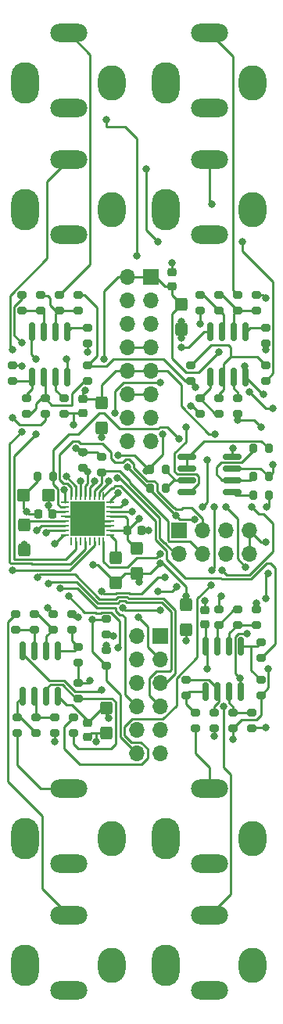
<source format=gbr>
%TF.GenerationSoftware,KiCad,Pcbnew,(6.0.5)*%
%TF.CreationDate,2022-06-21T23:16:53+02:00*%
%TF.ProjectId,eurorack-pmod-pcb,6575726f-7261-4636-9b2d-706d6f642d70,rev?*%
%TF.SameCoordinates,Original*%
%TF.FileFunction,Copper,L1,Top*%
%TF.FilePolarity,Positive*%
%FSLAX46Y46*%
G04 Gerber Fmt 4.6, Leading zero omitted, Abs format (unit mm)*
G04 Created by KiCad (PCBNEW (6.0.5)) date 2022-06-21 23:16:53*
%MOMM*%
%LPD*%
G01*
G04 APERTURE LIST*
G04 Aperture macros list*
%AMRoundRect*
0 Rectangle with rounded corners*
0 $1 Rounding radius*
0 $2 $3 $4 $5 $6 $7 $8 $9 X,Y pos of 4 corners*
0 Add a 4 corners polygon primitive as box body*
4,1,4,$2,$3,$4,$5,$6,$7,$8,$9,$2,$3,0*
0 Add four circle primitives for the rounded corners*
1,1,$1+$1,$2,$3*
1,1,$1+$1,$4,$5*
1,1,$1+$1,$6,$7*
1,1,$1+$1,$8,$9*
0 Add four rect primitives between the rounded corners*
20,1,$1+$1,$2,$3,$4,$5,0*
20,1,$1+$1,$4,$5,$6,$7,0*
20,1,$1+$1,$6,$7,$8,$9,0*
20,1,$1+$1,$8,$9,$2,$3,0*%
G04 Aperture macros list end*
%TA.AperFunction,SMDPad,CuDef*%
%ADD10RoundRect,0.200000X0.275000X-0.200000X0.275000X0.200000X-0.275000X0.200000X-0.275000X-0.200000X0*%
%TD*%
%TA.AperFunction,SMDPad,CuDef*%
%ADD11RoundRect,0.200000X0.200000X0.275000X-0.200000X0.275000X-0.200000X-0.275000X0.200000X-0.275000X0*%
%TD*%
%TA.AperFunction,SMDPad,CuDef*%
%ADD12RoundRect,0.200000X-0.275000X0.200000X-0.275000X-0.200000X0.275000X-0.200000X0.275000X0.200000X0*%
%TD*%
%TA.AperFunction,ComponentPad*%
%ADD13O,3.000000X4.500000*%
%TD*%
%TA.AperFunction,ComponentPad*%
%ADD14O,3.000000X3.800000*%
%TD*%
%TA.AperFunction,ComponentPad*%
%ADD15O,4.000000X2.000000*%
%TD*%
%TA.AperFunction,SMDPad,CuDef*%
%ADD16RoundRect,0.225000X-0.225000X-0.250000X0.225000X-0.250000X0.225000X0.250000X-0.225000X0.250000X0*%
%TD*%
%TA.AperFunction,SMDPad,CuDef*%
%ADD17RoundRect,0.225000X-0.250000X0.225000X-0.250000X-0.225000X0.250000X-0.225000X0.250000X0.225000X0*%
%TD*%
%TA.AperFunction,SMDPad,CuDef*%
%ADD18RoundRect,0.150000X0.150000X-0.825000X0.150000X0.825000X-0.150000X0.825000X-0.150000X-0.825000X0*%
%TD*%
%TA.AperFunction,SMDPad,CuDef*%
%ADD19RoundRect,0.250000X-0.425000X0.450000X-0.425000X-0.450000X0.425000X-0.450000X0.425000X0.450000X0*%
%TD*%
%TA.AperFunction,SMDPad,CuDef*%
%ADD20RoundRect,0.200000X-0.200000X-0.275000X0.200000X-0.275000X0.200000X0.275000X-0.200000X0.275000X0*%
%TD*%
%TA.AperFunction,SMDPad,CuDef*%
%ADD21RoundRect,0.062500X-0.337500X-0.062500X0.337500X-0.062500X0.337500X0.062500X-0.337500X0.062500X0*%
%TD*%
%TA.AperFunction,SMDPad,CuDef*%
%ADD22RoundRect,0.062500X-0.062500X-0.337500X0.062500X-0.337500X0.062500X0.337500X-0.062500X0.337500X0*%
%TD*%
%TA.AperFunction,ComponentPad*%
%ADD23C,0.500000*%
%TD*%
%TA.AperFunction,SMDPad,CuDef*%
%ADD24R,3.700000X3.700000*%
%TD*%
%TA.AperFunction,SMDPad,CuDef*%
%ADD25RoundRect,0.225000X0.250000X-0.225000X0.250000X0.225000X-0.250000X0.225000X-0.250000X-0.225000X0*%
%TD*%
%TA.AperFunction,SMDPad,CuDef*%
%ADD26RoundRect,0.250000X0.425000X-0.450000X0.425000X0.450000X-0.425000X0.450000X-0.425000X-0.450000X0*%
%TD*%
%TA.AperFunction,SMDPad,CuDef*%
%ADD27RoundRect,0.225000X0.225000X0.250000X-0.225000X0.250000X-0.225000X-0.250000X0.225000X-0.250000X0*%
%TD*%
%TA.AperFunction,SMDPad,CuDef*%
%ADD28RoundRect,0.250000X0.450000X0.425000X-0.450000X0.425000X-0.450000X-0.425000X0.450000X-0.425000X0*%
%TD*%
%TA.AperFunction,SMDPad,CuDef*%
%ADD29RoundRect,0.150000X-0.825000X-0.150000X0.825000X-0.150000X0.825000X0.150000X-0.825000X0.150000X0*%
%TD*%
%TA.AperFunction,ComponentPad*%
%ADD30R,1.700000X1.700000*%
%TD*%
%TA.AperFunction,ComponentPad*%
%ADD31O,1.700000X1.700000*%
%TD*%
%TA.AperFunction,ViaPad*%
%ADD32C,0.800000*%
%TD*%
%TA.AperFunction,Conductor*%
%ADD33C,0.250000*%
%TD*%
%TA.AperFunction,Conductor*%
%ADD34C,0.254000*%
%TD*%
G04 APERTURE END LIST*
D10*
%TO.P,R29,1*%
%TO.N,Net-(R27-Pad2)*%
X2032000Y-32321000D03*
%TO.P,R29,2*%
%TO.N,/dual_mono_inputs2/IN2_3V*%
X2032000Y-30671000D03*
%TD*%
D11*
%TO.P,R6,1*%
%TO.N,Net-(R3-Pad2)*%
X17589000Y-49530000D03*
%TO.P,R6,2*%
%TO.N,GND*%
X15939000Y-49530000D03*
%TD*%
D12*
%TO.P,R17,1*%
%TO.N,Net-(R16-Pad2)*%
X23368000Y-30671000D03*
%TO.P,R17,2*%
%TO.N,Net-(R17-Pad2)*%
X23368000Y-32321000D03*
%TD*%
D10*
%TO.P,R42,1*%
%TO.N,/dual_mono_outputs2/OUT1*%
X26924000Y-77533000D03*
%TO.P,R42,2*%
%TO.N,Net-(R41-Pad2)*%
X26924000Y-75883000D03*
%TD*%
%TO.P,R47,1*%
%TO.N,/dual_mono_outputs2/OUT2*%
X27940000Y-69913000D03*
%TO.P,R47,2*%
%TO.N,Net-(R46-Pad2)*%
X27940000Y-68263000D03*
%TD*%
D12*
%TO.P,R45,1*%
%TO.N,Net-(R44-Pad1)*%
X22860000Y-75883000D03*
%TO.P,R45,2*%
%TO.N,GND*%
X22860000Y-77533000D03*
%TD*%
D13*
%TO.P,J6,S*%
%TO.N,GND*%
X2412000Y-21428000D03*
D14*
X11812000Y-21428000D03*
D15*
%TO.P,J6,T*%
%TO.N,Net-(J6-PadT)*%
X7112000Y-16028000D03*
%TO.P,J6,TN*%
%TO.N,unconnected-(J6-PadTN)*%
X7112000Y-24128000D03*
%TD*%
D12*
%TO.P,R34,1*%
%TO.N,Net-(R34-Pad1)*%
X3556000Y-76391000D03*
%TO.P,R34,2*%
%TO.N,Net-(R33-Pad1)*%
X3556000Y-78041000D03*
%TD*%
D16*
%TO.P,C4,1*%
%TO.N,+3.3VA*%
X13449000Y-56134000D03*
%TO.P,C4,2*%
%TO.N,GND*%
X14999000Y-56134000D03*
%TD*%
D12*
%TO.P,R30,1*%
%TO.N,Net-(R30-Pad1)*%
X9144000Y-34227000D03*
%TO.P,R30,2*%
%TO.N,GND*%
X9144000Y-35877000D03*
%TD*%
D17*
%TO.P,C14,1*%
%TO.N,+12V*%
X8636000Y-41897000D03*
%TO.P,C14,2*%
%TO.N,GND*%
X8636000Y-43447000D03*
%TD*%
D12*
%TO.P,R39,1*%
%TO.N,Net-(R39-Pad1)*%
X3365000Y-65215000D03*
%TO.P,R39,2*%
%TO.N,Net-(R38-Pad1)*%
X3365000Y-66865000D03*
%TD*%
D18*
%TO.P,U5,1*%
%TO.N,Net-(R22-Pad2)*%
X3175000Y-39559000D03*
%TO.P,U5,2,-*%
%TO.N,Net-(R21-Pad2)*%
X4445000Y-39559000D03*
%TO.P,U5,3,+*%
%TO.N,Net-(R25-Pad1)*%
X5715000Y-39559000D03*
%TO.P,U5,4,V-*%
%TO.N,-12V*%
X6985000Y-39559000D03*
%TO.P,U5,5,+*%
%TO.N,Net-(R30-Pad1)*%
X6985000Y-34609000D03*
%TO.P,U5,6,-*%
%TO.N,Net-(R26-Pad2)*%
X5715000Y-34609000D03*
%TO.P,U5,7*%
%TO.N,Net-(R27-Pad2)*%
X4445000Y-34609000D03*
%TO.P,U5,8,V+*%
%TO.N,+12V*%
X3175000Y-34609000D03*
%TD*%
D11*
%TO.P,R5,1*%
%TO.N,Net-(R5-Pad1)*%
X28765000Y-47244000D03*
%TO.P,R5,2*%
%TO.N,Net-(R4-Pad1)*%
X27115000Y-47244000D03*
%TD*%
D12*
%TO.P,R1,1*%
%TO.N,VDD*%
X11176000Y-65723000D03*
%TO.P,R1,2*%
%TO.N,/SCL*%
X11176000Y-67373000D03*
%TD*%
D19*
%TO.P,C10,1*%
%TO.N,Net-(C10-Pad1)*%
X12192000Y-59102000D03*
%TO.P,C10,2*%
%TO.N,GND*%
X12192000Y-61802000D03*
%TD*%
D20*
%TO.P,R3,1*%
%TO.N,+3.3VA*%
X15939000Y-51562000D03*
%TO.P,R3,2*%
%TO.N,Net-(R3-Pad2)*%
X17589000Y-51562000D03*
%TD*%
D10*
%TO.P,R11,1*%
%TO.N,/-VCOM*%
X20320000Y-39941000D03*
%TO.P,R11,2*%
%TO.N,Net-(R11-Pad2)*%
X20320000Y-38291000D03*
%TD*%
D12*
%TO.P,R43,1*%
%TO.N,Net-(R43-Pad1)*%
X20828000Y-75883000D03*
%TO.P,R43,2*%
%TO.N,Net-(J10-PadT)*%
X20828000Y-77533000D03*
%TD*%
D10*
%TO.P,R48,1*%
%TO.N,Net-(R48-Pad1)*%
X23368000Y-66357000D03*
%TO.P,R48,2*%
%TO.N,Net-(J11-PadT)*%
X23368000Y-64707000D03*
%TD*%
D21*
%TO.P,U3,1,SDIN1*%
%TO.N,/SDIN1*%
X6694000Y-53114000D03*
%TO.P,U3,2,SDIN2*%
%TO.N,/SDIN2*%
X6694000Y-53614000D03*
%TO.P,U3,3,TVDD*%
%TO.N,VDD*%
X6694000Y-54114000D03*
%TO.P,U3,4,VSS2*%
%TO.N,GND*%
X6694000Y-54614000D03*
%TO.P,U3,5,AVDRV*%
%TO.N,Net-(C9-Pad1)*%
X6694000Y-55114000D03*
%TO.P,U3,6,LRCK*%
%TO.N,/LRCK*%
X6694000Y-55614000D03*
%TO.P,U3,7,BICK*%
%TO.N,/BICK*%
X6694000Y-56114000D03*
%TO.P,U3,8,MCLK*%
%TO.N,/MCLK*%
X6694000Y-56614000D03*
D22*
%TO.P,U3,9,IN4N/AIN5R/GND6R*%
%TO.N,unconnected-(U3-Pad9)*%
X7394000Y-57314000D03*
%TO.P,U3,10,IN4P/AIN4R/AIN6R*%
%TO.N,/dual_mono_inputs2/IN2_3V*%
X7894000Y-57314000D03*
%TO.P,U3,11,IN3N/AIN5L/GND6L*%
%TO.N,unconnected-(U3-Pad11)*%
X8394000Y-57314000D03*
%TO.P,U3,12,IN3P/AIN4L/AIN6L*%
%TO.N,/dual_mono_inputs2/IN1_3V*%
X8894000Y-57314000D03*
%TO.P,U3,13,IN2N/AIN2R/GND3R*%
%TO.N,unconnected-(U3-Pad13)*%
X9394000Y-57314000D03*
%TO.P,U3,14,IN2P/AIN1R/AIN3R*%
%TO.N,/dual_mono_inputs1/IN2_3V*%
X9894000Y-57314000D03*
%TO.P,U3,15,IN1N/AIN2L/GND3L*%
%TO.N,unconnected-(U3-Pad15)*%
X10394000Y-57314000D03*
%TO.P,U3,16,IN1P/AIN1L/AIN3L*%
%TO.N,/dual_mono_inputs1/IN1_3V*%
X10894000Y-57314000D03*
D21*
%TO.P,U3,17,VCOM*%
%TO.N,Net-(C10-Pad1)*%
X11594000Y-56614000D03*
%TO.P,U3,18,AVDD*%
%TO.N,+3.3VA*%
X11594000Y-56114000D03*
%TO.P,U3,19,VSS1*%
%TO.N,GND*%
X11594000Y-55614000D03*
%TO.P,U3,20,VREFL*%
X11594000Y-55114000D03*
%TO.P,U3,21,VREFH*%
%TO.N,+3.3VA*%
X11594000Y-54614000D03*
%TO.P,U3,22,AOUT1L*%
%TO.N,/dual_mono_outputs1/OUT1*%
X11594000Y-54114000D03*
%TO.P,U3,23,AOUT1R*%
%TO.N,/dual_mono_outputs1/OUT2*%
X11594000Y-53614000D03*
%TO.P,U3,24,AOUT2L*%
%TO.N,/dual_mono_outputs2/OUT1*%
X11594000Y-53114000D03*
D22*
%TO.P,U3,25,AOUT2R*%
%TO.N,/dual_mono_outputs2/OUT2*%
X10894000Y-52414000D03*
%TO.P,U3,26,PDN*%
%TO.N,/PDN*%
X10394000Y-52414000D03*
%TO.P,U3,27,CAD/~{CS}*%
%TO.N,/CAD{slash}~{CS}*%
X9894000Y-52414000D03*
%TO.P,U3,28,SCL/SCLK*%
%TO.N,/SCL*%
X9394000Y-52414000D03*
%TO.P,U3,29,SI*%
%TO.N,/SI*%
X8894000Y-52414000D03*
%TO.P,U3,30,SDA/SO*%
%TO.N,/SDA*%
X8394000Y-52414000D03*
%TO.P,U3,31,SDOUT1*%
%TO.N,/SDOUT1*%
X7894000Y-52414000D03*
%TO.P,U3,32,SDOUT2*%
%TO.N,/SDOUT2*%
X7394000Y-52414000D03*
D23*
%TO.P,U3,33,PAD*%
%TO.N,GND*%
X9144000Y-53864000D03*
X8144000Y-54864000D03*
X9144000Y-55864000D03*
X10144000Y-55864000D03*
X10144000Y-54864000D03*
X8144000Y-53864000D03*
X9144000Y-54864000D03*
X8144000Y-55864000D03*
X10144000Y-53864000D03*
D24*
X9144000Y-54864000D03*
%TD*%
D25*
%TO.P,C16,1*%
%TO.N,GND*%
X9144000Y-78499000D03*
%TO.P,C16,2*%
%TO.N,-12V*%
X9144000Y-76949000D03*
%TD*%
D12*
%TO.P,R27,1*%
%TO.N,Net-(R26-Pad2)*%
X4064000Y-30671000D03*
%TO.P,R27,2*%
%TO.N,Net-(R27-Pad2)*%
X4064000Y-32321000D03*
%TD*%
%TO.P,R25,1*%
%TO.N,Net-(R25-Pad1)*%
X6604000Y-41847000D03*
%TO.P,R25,2*%
%TO.N,GND*%
X6604000Y-43497000D03*
%TD*%
D14*
%TO.P,J4,S*%
%TO.N,GND*%
X27052000Y-21428000D03*
D13*
X17652000Y-21428000D03*
D15*
%TO.P,J4,T*%
%TO.N,Net-(J4-PadT)*%
X22352000Y-16028000D03*
%TO.P,J4,TN*%
%TO.N,unconnected-(J4-PadTN)*%
X22352000Y-24128000D03*
%TD*%
D14*
%TO.P,J11,S*%
%TO.N,GND*%
X27052000Y-103216000D03*
D13*
X17652000Y-103216000D03*
D15*
%TO.P,J11,T*%
%TO.N,Net-(J11-PadT)*%
X22352000Y-97816000D03*
%TO.P,J11,TN*%
%TO.N,unconnected-(J11-PadTN)*%
X22352000Y-105916000D03*
%TD*%
D12*
%TO.P,R33,1*%
%TO.N,Net-(R33-Pad1)*%
X1524000Y-76391000D03*
%TO.P,R33,2*%
%TO.N,Net-(J8-PadT)*%
X1524000Y-78041000D03*
%TD*%
D13*
%TO.P,J9,S*%
%TO.N,GND*%
X2412000Y-103216000D03*
D14*
X11812000Y-103216000D03*
D15*
%TO.P,J9,T*%
%TO.N,Net-(J9-PadT)*%
X7112000Y-97816000D03*
%TO.P,J9,TN*%
%TO.N,unconnected-(J9-PadTN)*%
X7112000Y-105916000D03*
%TD*%
D10*
%TO.P,R2,1*%
%TO.N,VDD*%
X11176000Y-70738000D03*
%TO.P,R2,2*%
%TO.N,/SDA*%
X11176000Y-69088000D03*
%TD*%
%TO.P,R49,1*%
%TO.N,Net-(R49-Pad1)*%
X25400000Y-66357000D03*
%TO.P,R49,2*%
%TO.N,Net-(R48-Pad1)*%
X25400000Y-64707000D03*
%TD*%
D12*
%TO.P,R26,1*%
%TO.N,/-VCOM*%
X8128000Y-30671000D03*
%TO.P,R26,2*%
%TO.N,Net-(R26-Pad2)*%
X8128000Y-32321000D03*
%TD*%
D10*
%TO.P,R22,1*%
%TO.N,Net-(R21-Pad2)*%
X2540000Y-43497000D03*
%TO.P,R22,2*%
%TO.N,Net-(R22-Pad2)*%
X2540000Y-41847000D03*
%TD*%
D12*
%TO.P,R44,1*%
%TO.N,Net-(R44-Pad1)*%
X19812000Y-72327000D03*
%TO.P,R44,2*%
%TO.N,Net-(R43-Pad1)*%
X19812000Y-73977000D03*
%TD*%
D20*
%TO.P,R7,1*%
%TO.N,Net-(R7-Pad1)*%
X27115000Y-52324000D03*
%TO.P,R7,2*%
%TO.N,GND*%
X28765000Y-52324000D03*
%TD*%
D26*
%TO.P,C11,1*%
%TO.N,+12V*%
X19812000Y-66882000D03*
%TO.P,C11,2*%
%TO.N,GND*%
X19812000Y-64182000D03*
%TD*%
D12*
%TO.P,R18,1*%
%TO.N,Net-(J5-PadT)*%
X25400000Y-30671000D03*
%TO.P,R18,2*%
%TO.N,Net-(R16-Pad2)*%
X25400000Y-32321000D03*
%TD*%
D10*
%TO.P,R23,1*%
%TO.N,Net-(J6-PadT)*%
X4572000Y-43497000D03*
%TO.P,R23,2*%
%TO.N,Net-(R21-Pad2)*%
X4572000Y-41847000D03*
%TD*%
D18*
%TO.P,U4,1*%
%TO.N,Net-(R12-Pad2)*%
X22479000Y-39559000D03*
%TO.P,U4,2,-*%
%TO.N,Net-(R11-Pad2)*%
X23749000Y-39559000D03*
%TO.P,U4,3,+*%
%TO.N,Net-(R15-Pad1)*%
X25019000Y-39559000D03*
%TO.P,U4,4,V-*%
%TO.N,-12V*%
X26289000Y-39559000D03*
%TO.P,U4,5,+*%
%TO.N,Net-(R20-Pad1)*%
X26289000Y-34609000D03*
%TO.P,U4,6,-*%
%TO.N,Net-(R16-Pad2)*%
X25019000Y-34609000D03*
%TO.P,U4,7*%
%TO.N,Net-(R17-Pad2)*%
X23749000Y-34609000D03*
%TO.P,U4,8,V+*%
%TO.N,+12V*%
X22479000Y-34609000D03*
%TD*%
D20*
%TO.P,R4,1*%
%TO.N,Net-(R4-Pad1)*%
X27115000Y-50292000D03*
%TO.P,R4,2*%
%TO.N,/-VCOM*%
X28765000Y-50292000D03*
%TD*%
D19*
%TO.P,C13,1*%
%TO.N,+12V*%
X10668000Y-42338000D03*
%TO.P,C13,2*%
%TO.N,GND*%
X10668000Y-45038000D03*
%TD*%
D12*
%TO.P,R37,1*%
%TO.N,/dual_mono_outputs1/OUT2*%
X7429000Y-65215000D03*
%TO.P,R37,2*%
%TO.N,Net-(R36-Pad2)*%
X7429000Y-66865000D03*
%TD*%
D26*
%TO.P,C15,1*%
%TO.N,GND*%
X11176000Y-78058000D03*
%TO.P,C15,2*%
%TO.N,-12V*%
X11176000Y-75358000D03*
%TD*%
D19*
%TO.P,C3,1*%
%TO.N,+3.3VA*%
X14478000Y-58086000D03*
%TO.P,C3,2*%
%TO.N,GND*%
X14478000Y-60786000D03*
%TD*%
D27*
%TO.P,C6,1*%
%TO.N,VDD*%
X5347000Y-54356000D03*
%TO.P,C6,2*%
%TO.N,GND*%
X3797000Y-54356000D03*
%TD*%
D26*
%TO.P,C17,1*%
%TO.N,GND*%
X19304000Y-34370000D03*
%TO.P,C17,2*%
%TO.N,-12V*%
X19304000Y-31670000D03*
%TD*%
D28*
%TO.P,C5,1*%
%TO.N,VDD*%
X4906000Y-52324000D03*
%TO.P,C5,2*%
%TO.N,GND*%
X2206000Y-52324000D03*
%TD*%
D10*
%TO.P,R46,1*%
%TO.N,/-VCOM*%
X27940000Y-73977000D03*
%TO.P,R46,2*%
%TO.N,Net-(R46-Pad2)*%
X27940000Y-72327000D03*
%TD*%
%TO.P,R10,1*%
%TO.N,/SI*%
X8636000Y-49339000D03*
%TO.P,R10,2*%
%TO.N,GND*%
X8636000Y-47689000D03*
%TD*%
D12*
%TO.P,R35,1*%
%TO.N,Net-(R34-Pad1)*%
X5588000Y-76391000D03*
%TO.P,R35,2*%
%TO.N,GND*%
X5588000Y-78041000D03*
%TD*%
D17*
%TO.P,C18,1*%
%TO.N,GND*%
X18288000Y-28181000D03*
%TO.P,C18,2*%
%TO.N,-12V*%
X18288000Y-29731000D03*
%TD*%
D10*
%TO.P,R9,1*%
%TO.N,/CAD{slash}~{CS}*%
X10668000Y-49847000D03*
%TO.P,R9,2*%
%TO.N,GND*%
X10668000Y-48197000D03*
%TD*%
D18*
%TO.P,U7,1*%
%TO.N,Net-(R43-Pad1)*%
X21971000Y-73595000D03*
%TO.P,U7,2,-*%
%TO.N,Net-(R44-Pad1)*%
X23241000Y-73595000D03*
%TO.P,U7,3,+*%
%TO.N,Net-(R41-Pad2)*%
X24511000Y-73595000D03*
%TO.P,U7,4,V-*%
%TO.N,-12V*%
X25781000Y-73595000D03*
%TO.P,U7,5,+*%
%TO.N,Net-(R46-Pad2)*%
X25781000Y-68645000D03*
%TO.P,U7,6,-*%
%TO.N,Net-(R49-Pad1)*%
X24511000Y-68645000D03*
%TO.P,U7,7*%
%TO.N,Net-(R48-Pad1)*%
X23241000Y-68645000D03*
%TO.P,U7,8,V+*%
%TO.N,+12V*%
X21971000Y-68645000D03*
%TD*%
D12*
%TO.P,R21,1*%
%TO.N,/-VCOM*%
X9144000Y-38291000D03*
%TO.P,R21,2*%
%TO.N,Net-(R21-Pad2)*%
X9144000Y-39941000D03*
%TD*%
D25*
%TO.P,C12,1*%
%TO.N,+12V*%
X21844000Y-66307000D03*
%TO.P,C12,2*%
%TO.N,GND*%
X21844000Y-64757000D03*
%TD*%
D12*
%TO.P,R19,1*%
%TO.N,Net-(R17-Pad2)*%
X21336000Y-30671000D03*
%TO.P,R19,2*%
%TO.N,/dual_mono_inputs1/IN2_3V*%
X21336000Y-32321000D03*
%TD*%
D13*
%TO.P,J10,S*%
%TO.N,GND*%
X17652000Y-89500000D03*
D14*
X27052000Y-89500000D03*
D15*
%TO.P,J10,T*%
%TO.N,Net-(J10-PadT)*%
X22352000Y-84100000D03*
%TO.P,J10,TN*%
%TO.N,unconnected-(J10-PadTN)*%
X22352000Y-92200000D03*
%TD*%
D12*
%TO.P,R15,1*%
%TO.N,Net-(R15-Pad1)*%
X25400000Y-41847000D03*
%TO.P,R15,2*%
%TO.N,GND*%
X25400000Y-43497000D03*
%TD*%
D13*
%TO.P,J8,S*%
%TO.N,GND*%
X2412000Y-89500000D03*
D14*
X11812000Y-89500000D03*
D15*
%TO.P,J8,T*%
%TO.N,Net-(J8-PadT)*%
X7112000Y-84100000D03*
%TO.P,J8,TN*%
%TO.N,unconnected-(J8-PadTN)*%
X7112000Y-92200000D03*
%TD*%
D29*
%TO.P,U2,1*%
%TO.N,Net-(R5-Pad1)*%
X19877000Y-48133000D03*
%TO.P,U2,2,-*%
X19877000Y-49403000D03*
%TO.P,U2,3,+*%
%TO.N,Net-(R3-Pad2)*%
X19877000Y-50673000D03*
%TO.P,U2,4,V-*%
%TO.N,-12V*%
X19877000Y-51943000D03*
%TO.P,U2,5,+*%
%TO.N,Net-(R7-Pad1)*%
X24827000Y-51943000D03*
%TO.P,U2,6,-*%
%TO.N,Net-(R4-Pad1)*%
X24827000Y-50673000D03*
%TO.P,U2,7*%
%TO.N,/-VCOM*%
X24827000Y-49403000D03*
%TO.P,U2,8,V+*%
%TO.N,+12V*%
X24827000Y-48133000D03*
%TD*%
D12*
%TO.P,R20,1*%
%TO.N,Net-(R20-Pad1)*%
X28448000Y-34227000D03*
%TO.P,R20,2*%
%TO.N,GND*%
X28448000Y-35877000D03*
%TD*%
D10*
%TO.P,R24,1*%
%TO.N,Net-(R22-Pad2)*%
X1016000Y-39941000D03*
%TO.P,R24,2*%
%TO.N,/dual_mono_inputs2/IN1_3V*%
X1016000Y-38291000D03*
%TD*%
D12*
%TO.P,R28,1*%
%TO.N,Net-(J7-PadT)*%
X6096000Y-30671000D03*
%TO.P,R28,2*%
%TO.N,Net-(R26-Pad2)*%
X6096000Y-32321000D03*
%TD*%
%TO.P,R31,1*%
%TO.N,/-VCOM*%
X8128000Y-72644000D03*
%TO.P,R31,2*%
%TO.N,Net-(R31-Pad2)*%
X8128000Y-74294000D03*
%TD*%
D10*
%TO.P,R13,1*%
%TO.N,Net-(J4-PadT)*%
X28448000Y-39941000D03*
%TO.P,R13,2*%
%TO.N,Net-(R11-Pad2)*%
X28448000Y-38291000D03*
%TD*%
D12*
%TO.P,R32,1*%
%TO.N,/dual_mono_outputs1/OUT1*%
X7620000Y-76391000D03*
%TO.P,R32,2*%
%TO.N,Net-(R31-Pad2)*%
X7620000Y-78041000D03*
%TD*%
D14*
%TO.P,J5,S*%
%TO.N,GND*%
X27052000Y-7712000D03*
D13*
X17652000Y-7712000D03*
D15*
%TO.P,J5,T*%
%TO.N,Net-(J5-PadT)*%
X22352000Y-2312000D03*
%TO.P,J5,TN*%
%TO.N,unconnected-(J5-PadTN)*%
X22352000Y-10412000D03*
%TD*%
D18*
%TO.P,U6,1*%
%TO.N,Net-(R33-Pad1)*%
X2159000Y-74103000D03*
%TO.P,U6,2,-*%
%TO.N,Net-(R34-Pad1)*%
X3429000Y-74103000D03*
%TO.P,U6,3,+*%
%TO.N,Net-(R31-Pad2)*%
X4699000Y-74103000D03*
%TO.P,U6,4,V-*%
%TO.N,-12V*%
X5969000Y-74103000D03*
%TO.P,U6,5,+*%
%TO.N,Net-(R36-Pad2)*%
X5969000Y-69153000D03*
%TO.P,U6,6,-*%
%TO.N,Net-(R39-Pad1)*%
X4699000Y-69153000D03*
%TO.P,U6,7*%
%TO.N,Net-(R38-Pad1)*%
X3429000Y-69153000D03*
%TO.P,U6,8,V+*%
%TO.N,+12V*%
X2159000Y-69153000D03*
%TD*%
D14*
%TO.P,J7,S*%
%TO.N,GND*%
X11812000Y-7712000D03*
D13*
X2412000Y-7712000D03*
D15*
%TO.P,J7,T*%
%TO.N,Net-(J7-PadT)*%
X7112000Y-2312000D03*
%TO.P,J7,TN*%
%TO.N,unconnected-(J7-PadTN)*%
X7112000Y-10412000D03*
%TD*%
D10*
%TO.P,R36,1*%
%TO.N,/-VCOM*%
X8128000Y-70421000D03*
%TO.P,R36,2*%
%TO.N,Net-(R36-Pad2)*%
X8128000Y-68771000D03*
%TD*%
D12*
%TO.P,R12,1*%
%TO.N,Net-(R11-Pad2)*%
X23368000Y-41847000D03*
%TO.P,R12,2*%
%TO.N,Net-(R12-Pad2)*%
X23368000Y-43497000D03*
%TD*%
D11*
%TO.P,R8,1*%
%TO.N,/SDIN2*%
X5397000Y-50292000D03*
%TO.P,R8,2*%
%TO.N,GND*%
X3747000Y-50292000D03*
%TD*%
D10*
%TO.P,R41,1*%
%TO.N,/-VCOM*%
X24892000Y-77533000D03*
%TO.P,R41,2*%
%TO.N,Net-(R41-Pad2)*%
X24892000Y-75883000D03*
%TD*%
D12*
%TO.P,R14,1*%
%TO.N,Net-(R12-Pad2)*%
X21336000Y-41847000D03*
%TO.P,R14,2*%
%TO.N,/dual_mono_inputs1/IN1_3V*%
X21336000Y-43497000D03*
%TD*%
%TO.P,R16,1*%
%TO.N,/-VCOM*%
X27432000Y-30671000D03*
%TO.P,R16,2*%
%TO.N,Net-(R16-Pad2)*%
X27432000Y-32321000D03*
%TD*%
D10*
%TO.P,R40,1*%
%TO.N,Net-(R39-Pad1)*%
X5397000Y-66865000D03*
%TO.P,R40,2*%
%TO.N,GND*%
X5397000Y-65215000D03*
%TD*%
D19*
%TO.P,C9,1*%
%TO.N,Net-(C9-Pad1)*%
X2286000Y-55546000D03*
%TO.P,C9,2*%
%TO.N,GND*%
X2286000Y-58246000D03*
%TD*%
D10*
%TO.P,R38,1*%
%TO.N,Net-(R38-Pad1)*%
X1333000Y-66865000D03*
%TO.P,R38,2*%
%TO.N,Net-(J9-PadT)*%
X1333000Y-65215000D03*
%TD*%
%TO.P,R50,1*%
%TO.N,Net-(R49-Pad1)*%
X27432000Y-66357000D03*
%TO.P,R50,2*%
%TO.N,GND*%
X27432000Y-64707000D03*
%TD*%
D30*
%TO.P,J3,1,Pin_1*%
%TO.N,-12V*%
X16007000Y-28717000D03*
D31*
%TO.P,J3,2,Pin_2*%
X13467000Y-28717000D03*
%TO.P,J3,3,Pin_3*%
%TO.N,GND*%
X16007000Y-31257000D03*
%TO.P,J3,4,Pin_4*%
X13467000Y-31257000D03*
%TO.P,J3,5,Pin_5*%
X16007000Y-33797000D03*
%TO.P,J3,6,Pin_6*%
X13467000Y-33797000D03*
%TO.P,J3,7,Pin_7*%
X16007000Y-36337000D03*
%TO.P,J3,8,Pin_8*%
X13467000Y-36337000D03*
%TO.P,J3,9,Pin_9*%
%TO.N,+12V*%
X16007000Y-38877000D03*
%TO.P,J3,10,Pin_10*%
X13467000Y-38877000D03*
%TO.P,J3,11,Pin_11*%
%TO.N,+5V*%
X16007000Y-41417000D03*
%TO.P,J3,12,Pin_12*%
X13467000Y-41417000D03*
%TO.P,J3,13,Pin_13*%
%TO.N,unconnected-(J3-Pad13)*%
X16007000Y-43957000D03*
%TO.P,J3,14,Pin_14*%
%TO.N,unconnected-(J3-Pad14)*%
X13467000Y-43957000D03*
%TO.P,J3,15,Pin_15*%
%TO.N,unconnected-(J3-Pad15)*%
X16007000Y-46497000D03*
%TO.P,J3,16,Pin_16*%
%TO.N,unconnected-(J3-Pad16)*%
X13467000Y-46497000D03*
%TD*%
D30*
%TO.P,J1,1,Pin_1*%
%TO.N,/SDIN2*%
X19060000Y-56129000D03*
D31*
%TO.P,J1,2,Pin_2*%
%TO.N,/SI*%
X19060000Y-58669000D03*
%TO.P,J1,3,Pin_3*%
%TO.N,/SDOUT2*%
X21600000Y-56129000D03*
%TO.P,J1,4,Pin_4*%
%TO.N,/CAD{slash}~{CS}*%
X21600000Y-58669000D03*
%TO.P,J1,5,Pin_5*%
%TO.N,+3.3VA*%
X24140000Y-56129000D03*
%TO.P,J1,6,Pin_6*%
%TO.N,VDD*%
X24140000Y-58669000D03*
%TO.P,J1,7,Pin_7*%
%TO.N,GND*%
X26680000Y-56129000D03*
%TO.P,J1,8,Pin_8*%
X26680000Y-58669000D03*
%TD*%
D30*
%TO.P,J2,1,Pin_1*%
%TO.N,/SDIN1*%
X17023000Y-67564000D03*
D31*
%TO.P,J2,2,Pin_2*%
%TO.N,/SCL*%
X14483000Y-67564000D03*
%TO.P,J2,3,Pin_3*%
%TO.N,/SDOUT1*%
X17023000Y-70104000D03*
%TO.P,J2,4,Pin_4*%
%TO.N,/SDA*%
X14483000Y-70104000D03*
%TO.P,J2,5,Pin_5*%
%TO.N,/LRCK*%
X17023000Y-72644000D03*
%TO.P,J2,6,Pin_6*%
%TO.N,/PDN*%
X14483000Y-72644000D03*
%TO.P,J2,7,Pin_7*%
%TO.N,/BICK*%
X17023000Y-75184000D03*
%TO.P,J2,8,Pin_8*%
%TO.N,/MCLK*%
X14483000Y-75184000D03*
%TO.P,J2,9,Pin_9*%
%TO.N,GND*%
X17023000Y-77724000D03*
%TO.P,J2,10,Pin_10*%
X14483000Y-77724000D03*
%TO.P,J2,11,Pin_11*%
%TO.N,VDD*%
X17023000Y-80264000D03*
%TO.P,J2,12,Pin_12*%
X14483000Y-80264000D03*
%TD*%
D32*
%TO.N,+5V*%
X14478000Y-26416000D03*
X11176000Y-11684000D03*
%TO.N,GND*%
X28448000Y-57404000D03*
X17272000Y-45720000D03*
X27940000Y-44958000D03*
X27432000Y-64008000D03*
X12446000Y-48006000D03*
X14732000Y-61722000D03*
X7620000Y-44704000D03*
X7874000Y-47244000D03*
X4826000Y-64516000D03*
X19304000Y-33528000D03*
X19304000Y-35306000D03*
X22885542Y-78364989D03*
X28448000Y-36576000D03*
X21844000Y-63754000D03*
X2540000Y-54102000D03*
X19812000Y-63246000D03*
X28579011Y-53575578D03*
X10725444Y-46044989D03*
X2286000Y-57658000D03*
X17018000Y-59690000D03*
X5588000Y-78994000D03*
X25400000Y-44196000D03*
X9144000Y-36830000D03*
X9733586Y-59871012D03*
X15507065Y-49655105D03*
X10079667Y-79031500D03*
X18288000Y-27178000D03*
X15748000Y-56134000D03*
%TO.N,+3.3VA*%
X13462001Y-49293941D03*
X14732000Y-54864000D03*
X20720303Y-54976962D03*
X17018000Y-40132000D03*
X18692544Y-54536799D03*
X16764000Y-24892000D03*
X12125937Y-43406901D03*
X15494000Y-17018000D03*
%TO.N,VDD*%
X18796000Y-62230000D03*
X17018000Y-64770000D03*
X16764000Y-62738000D03*
X4906000Y-53420000D03*
X12954000Y-64516000D03*
X9652000Y-65786000D03*
%TO.N,+12V*%
X24892000Y-47244000D03*
X22940333Y-45682500D03*
X22098000Y-71120000D03*
X8890000Y-40940500D03*
X19812000Y-68072000D03*
X3556000Y-37592000D03*
X10668000Y-73406000D03*
X26924000Y-53594000D03*
X19284982Y-36332419D03*
X23717989Y-60415949D03*
%TO.N,-12V*%
X6858000Y-37592000D03*
X25654000Y-72136000D03*
X26162000Y-38354000D03*
X10922000Y-37592000D03*
X28194000Y-41402000D03*
X19812000Y-44958000D03*
X11430000Y-76454000D03*
X26447498Y-67276879D03*
X23368000Y-36830000D03*
%TO.N,/SDIN2*%
X22098000Y-48514000D03*
X21590000Y-53594000D03*
X19080665Y-46258665D03*
%TO.N,/SI*%
X9144000Y-49784000D03*
X12370046Y-50460413D03*
%TO.N,/SDIN1*%
X6655020Y-51766077D03*
X12446000Y-68834000D03*
X7112000Y-63246000D03*
%TO.N,/SCL*%
X11938000Y-67564000D03*
X9903185Y-50797185D03*
%TO.N,/SDOUT1*%
X14630557Y-65494500D03*
X6858000Y-50292000D03*
%TO.N,/SDA*%
X8386326Y-50795728D03*
X11176000Y-68580000D03*
%TO.N,/LRCK*%
X3691988Y-56104674D03*
X3729667Y-61176500D03*
%TO.N,/PDN*%
X11430000Y-50800000D03*
%TO.N,/BICK*%
X4892093Y-61850119D03*
X4661989Y-56345720D03*
%TO.N,/MCLK*%
X6214504Y-62413000D03*
X5610364Y-57566691D03*
%TO.N,Net-(J4-PadT)*%
X22606000Y-20828000D03*
X25908000Y-24892000D03*
%TO.N,Net-(J6-PadT)*%
X1016000Y-36576000D03*
X1016000Y-43942000D03*
%TO.N,Net-(J11-PadT)*%
X23876000Y-75184000D03*
X23626299Y-63250299D03*
%TO.N,/-VCOM*%
X28448000Y-30988000D03*
X29210000Y-42926000D03*
X9398000Y-72390000D03*
X28702000Y-71120000D03*
X24892000Y-78740000D03*
X28448000Y-63500000D03*
X20828000Y-40640000D03*
X29210000Y-49022000D03*
X28739500Y-60768637D03*
X26670000Y-41148000D03*
%TO.N,/dual_mono_inputs1/IN1_3V*%
X20320000Y-42672000D03*
X17022299Y-58669701D03*
%TO.N,/dual_mono_inputs1/IN2_3V*%
X21371500Y-33801005D03*
X1016000Y-60452000D03*
%TO.N,/dual_mono_inputs2/IN1_3V*%
X2032000Y-45466000D03*
X2032000Y-38354000D03*
%TO.N,/dual_mono_inputs2/IN2_3V*%
X3551701Y-45715701D03*
X2032000Y-35814000D03*
%TO.N,/dual_mono_outputs1/OUT1*%
X13970000Y-54102000D03*
X22860000Y-53594000D03*
X22549312Y-62024090D03*
X22606000Y-60452000D03*
%TO.N,/dual_mono_outputs1/OUT2*%
X8128000Y-65532000D03*
X10668000Y-62738000D03*
X13208000Y-53086000D03*
X17532313Y-61228911D03*
%TO.N,/dual_mono_outputs2/OUT1*%
X12446000Y-52070000D03*
X24130000Y-53594000D03*
X28448000Y-77470000D03*
X26277425Y-60096173D03*
%TD*%
D33*
%TO.N,+5V*%
X11176000Y-12446000D02*
X11176000Y-11684000D01*
X14478000Y-26416000D02*
X14478000Y-13716000D01*
X16007000Y-41417000D02*
X13467000Y-41417000D01*
X13208000Y-12446000D02*
X11176000Y-12446000D01*
X14478000Y-13716000D02*
X13208000Y-12446000D01*
%TO.N,GND*%
X9585000Y-78058000D02*
X9144000Y-78499000D01*
X26680000Y-56129000D02*
X26680000Y-58669000D01*
X19812000Y-62221400D02*
X19812000Y-63246000D01*
X9394000Y-55114000D02*
X9144000Y-54864000D01*
X14478000Y-60786000D02*
X14478000Y-61468000D01*
X13208000Y-60786000D02*
X12192000Y-61802000D01*
X8636000Y-48006000D02*
X7874000Y-47244000D01*
X3797000Y-54356000D02*
X2794000Y-54356000D01*
X10160000Y-47689000D02*
X10668000Y-48197000D01*
D34*
X15507065Y-49289065D02*
X14224000Y-48006000D01*
D33*
X19304000Y-34370000D02*
X19304000Y-35306000D01*
X6694000Y-54614000D02*
X8894000Y-54614000D01*
X25400000Y-44196000D02*
X27178000Y-44196000D01*
D34*
X28448000Y-57404000D02*
X27955000Y-57404000D01*
X15507065Y-49655105D02*
X15507065Y-49289065D01*
D33*
X8636000Y-47689000D02*
X10160000Y-47689000D01*
X7633000Y-44691000D02*
X7620000Y-44704000D01*
X21844000Y-64757000D02*
X21844000Y-63754000D01*
X15922000Y-60786000D02*
X17018000Y-59690000D01*
X11176000Y-78058000D02*
X10080000Y-78058000D01*
X27432000Y-64707000D02*
X27432000Y-64008000D01*
D34*
X15939000Y-49530000D02*
X15632170Y-49530000D01*
D33*
X11594000Y-55614000D02*
X9894000Y-55614000D01*
X5397000Y-65215000D02*
X5397000Y-65087000D01*
X5588000Y-78041000D02*
X5588000Y-78994000D01*
X14478000Y-61468000D02*
X14732000Y-61722000D01*
X10668000Y-45038000D02*
X10668000Y-45987545D01*
X14478000Y-60786000D02*
X15922000Y-60786000D01*
D34*
X14224000Y-48006000D02*
X12446000Y-48006000D01*
D33*
X22860000Y-78339447D02*
X22885542Y-78364989D01*
X3747000Y-50783000D02*
X2206000Y-52324000D01*
X5397000Y-65087000D02*
X4826000Y-64516000D01*
X8636000Y-43447000D02*
X7633000Y-43447000D01*
D34*
X15632170Y-49530000D02*
X15507065Y-49655105D01*
D33*
X10080000Y-78058000D02*
X9585000Y-78058000D01*
X7633000Y-43447000D02*
X6654000Y-43447000D01*
X9144000Y-35877000D02*
X9144000Y-36830000D01*
X10080000Y-79031167D02*
X10079667Y-79031500D01*
X8894000Y-54614000D02*
X9144000Y-54864000D01*
D34*
X27955000Y-57404000D02*
X26680000Y-56129000D01*
D33*
X25400000Y-43497000D02*
X25400000Y-44196000D01*
X12192000Y-61802000D02*
X10261012Y-59871012D01*
X6654000Y-43447000D02*
X6604000Y-43497000D01*
X9614500Y-55334500D02*
X9144000Y-54864000D01*
X10261012Y-59871012D02*
X9733586Y-59871012D01*
X27178000Y-44196000D02*
X27940000Y-44958000D01*
X13467000Y-36337000D02*
X16007000Y-36337000D01*
X9894000Y-55614000D02*
X9144000Y-54864000D01*
X14478000Y-60786000D02*
X13208000Y-60786000D01*
X2286000Y-58246000D02*
X2286000Y-57658000D01*
D34*
X28765000Y-52324000D02*
X28765000Y-53389589D01*
D33*
X2206000Y-52324000D02*
X2206000Y-53768000D01*
X2206000Y-53768000D02*
X2540000Y-54102000D01*
X7633000Y-43447000D02*
X7633000Y-44691000D01*
X17280600Y-59690000D02*
X19812000Y-62221400D01*
D34*
X28765000Y-53389589D02*
X28579011Y-53575578D01*
D33*
X10668000Y-45987545D02*
X10725444Y-46044989D01*
X19812000Y-64182000D02*
X19812000Y-63246000D01*
D34*
X15507065Y-49655105D02*
X17272000Y-47890170D01*
D33*
X14999000Y-56134000D02*
X15748000Y-56134000D01*
X11594000Y-55114000D02*
X9394000Y-55114000D01*
X22860000Y-77533000D02*
X22860000Y-78339447D01*
X3747000Y-50292000D02*
X3747000Y-50783000D01*
X2794000Y-54356000D02*
X2540000Y-54102000D01*
D34*
X17272000Y-47890170D02*
X17272000Y-45720000D01*
D33*
X28448000Y-35877000D02*
X28448000Y-36576000D01*
X10080000Y-78058000D02*
X10080000Y-79031167D01*
X18288000Y-28181000D02*
X18288000Y-27178000D01*
X17018000Y-59690000D02*
X17280600Y-59690000D01*
D34*
%TO.N,+3.3VA*%
X14478000Y-58086000D02*
X14398000Y-58086000D01*
D33*
X15939000Y-51562000D02*
X15730060Y-51562000D01*
X20697830Y-54954489D02*
X19123346Y-54954489D01*
X13462000Y-56134000D02*
X14732000Y-54864000D01*
X11614000Y-56134000D02*
X11594000Y-56114000D01*
X19123346Y-54954489D02*
X15939000Y-51770143D01*
X13449000Y-54851000D02*
X13449000Y-56134000D01*
D34*
X14398000Y-58086000D02*
X13449000Y-57137000D01*
D33*
X11594000Y-54614000D02*
X12179400Y-54614000D01*
X15730060Y-51562000D02*
X13462001Y-49293941D01*
X13208000Y-54610000D02*
X13449000Y-54851000D01*
X12125937Y-43406901D02*
X12125937Y-41097053D01*
X13449000Y-56134000D02*
X13462000Y-56134000D01*
X16764000Y-24892000D02*
X15494000Y-23622000D01*
X15494000Y-23622000D02*
X15494000Y-17018000D01*
X13449000Y-56134000D02*
X11614000Y-56134000D01*
D34*
X13449000Y-57137000D02*
X13449000Y-56134000D01*
D33*
X12179400Y-54614000D02*
X12183400Y-54610000D01*
X12183400Y-54610000D02*
X13208000Y-54610000D01*
X13090990Y-40132000D02*
X17018000Y-40132000D01*
X12125937Y-41097053D02*
X13090990Y-40132000D01*
X20720303Y-54976962D02*
X20697830Y-54954489D01*
X15939000Y-51770143D02*
X15939000Y-51562000D01*
%TO.N,VDD*%
X4906000Y-52324000D02*
X4906000Y-53915000D01*
X11176000Y-72390000D02*
X12700000Y-73914000D01*
X11176000Y-70738000D02*
X11176000Y-72390000D01*
X12700000Y-78481000D02*
X14483000Y-80264000D01*
X12700000Y-73914000D02*
X12700000Y-78481000D01*
X16764000Y-62738000D02*
X18288000Y-62738000D01*
X11113000Y-65786000D02*
X11176000Y-65723000D01*
X9652000Y-69214000D02*
X9652000Y-65786000D01*
X11176000Y-70738000D02*
X9652000Y-69214000D01*
X12954000Y-64516000D02*
X13208000Y-64770000D01*
X5347000Y-54356000D02*
X5589000Y-54114000D01*
X5589000Y-54114000D02*
X6694000Y-54114000D01*
X9652000Y-65786000D02*
X11113000Y-65786000D01*
X13208000Y-64770000D02*
X17018000Y-64770000D01*
X4906000Y-53915000D02*
X5347000Y-54356000D01*
X18288000Y-62738000D02*
X18796000Y-62230000D01*
D34*
%TO.N,Net-(C9-Pad1)*%
X2674480Y-55157520D02*
X2286000Y-55546000D01*
X6650480Y-55157520D02*
X2674480Y-55157520D01*
X6694000Y-55114000D02*
X6650480Y-55157520D01*
%TO.N,Net-(C10-Pad1)*%
X12192000Y-57212000D02*
X11594000Y-56614000D01*
X12192000Y-59102000D02*
X12192000Y-57212000D01*
D33*
%TO.N,+12V*%
X22304717Y-45682500D02*
X22940333Y-45682500D01*
X8636000Y-41194500D02*
X8890000Y-40940500D01*
X19812000Y-68072000D02*
X19812000Y-66882000D01*
X6621186Y-72353969D02*
X7836697Y-73569480D01*
X26670000Y-60960000D02*
X24262040Y-60960000D01*
X3048000Y-34736000D02*
X3175000Y-34609000D01*
X10668000Y-42338000D02*
X10668000Y-40386000D01*
X10504520Y-73569480D02*
X10668000Y-73406000D01*
X16007000Y-38877000D02*
X17800849Y-38877000D01*
X10668000Y-42338000D02*
X10588000Y-42338000D01*
X17800849Y-38877000D02*
X19304000Y-40380151D01*
X26924000Y-53594000D02*
X27686000Y-54356000D01*
X10147000Y-41897000D02*
X8636000Y-41897000D01*
X29210000Y-58420000D02*
X26670000Y-60960000D01*
X7836697Y-73569480D02*
X10504520Y-73569480D01*
X28194000Y-54356000D02*
X29210000Y-55372000D01*
X10588000Y-42338000D02*
X10147000Y-41897000D01*
X19304000Y-42681783D02*
X22304717Y-45682500D01*
X2159000Y-69153000D02*
X2159000Y-69529072D01*
X4983897Y-72353969D02*
X6621186Y-72353969D01*
X27686000Y-54356000D02*
X28194000Y-54356000D01*
X22098000Y-68772000D02*
X21971000Y-68645000D01*
X20064181Y-36332419D02*
X19284982Y-36332419D01*
X24827000Y-48133000D02*
X24827000Y-47309000D01*
X19304000Y-40380151D02*
X19304000Y-42681783D01*
X12177000Y-38877000D02*
X13467000Y-38877000D01*
X22098000Y-71120000D02*
X22098000Y-68772000D01*
X3048000Y-37084000D02*
X3048000Y-34736000D01*
X24262040Y-60960000D02*
X23717989Y-60415949D01*
X29210000Y-55372000D02*
X29210000Y-58420000D01*
X21971000Y-66434000D02*
X21844000Y-66307000D01*
X21971000Y-68645000D02*
X21971000Y-66434000D01*
X10668000Y-40386000D02*
X12177000Y-38877000D01*
X2159000Y-69529072D02*
X4983897Y-72353969D01*
X21787600Y-34609000D02*
X20064181Y-36332419D01*
X24827000Y-47309000D02*
X24892000Y-47244000D01*
X22479000Y-34609000D02*
X21787600Y-34609000D01*
X13467000Y-38877000D02*
X16007000Y-38877000D01*
X8636000Y-41897000D02*
X8636000Y-41194500D01*
X3556000Y-37592000D02*
X3048000Y-37084000D01*
%TO.N,-12V*%
X19877000Y-51943000D02*
X20253072Y-51943000D01*
X19812000Y-46551928D02*
X19812000Y-44958000D01*
X20888072Y-50038000D02*
X20828000Y-50038000D01*
X25654000Y-72136000D02*
X25654000Y-73468000D01*
X17539000Y-29731000D02*
X16525000Y-28717000D01*
X7464303Y-75018520D02*
X9144000Y-76698217D01*
X18304480Y-32669520D02*
X18304480Y-37492263D01*
X10922000Y-30226000D02*
X12431000Y-28717000D01*
X10735000Y-75358000D02*
X11176000Y-75358000D01*
X13467000Y-28717000D02*
X16007000Y-28717000D01*
X18288000Y-29731000D02*
X17539000Y-29731000D01*
X25654000Y-72136000D02*
X25156480Y-71638480D01*
X25156480Y-67623448D02*
X25503049Y-67276879D01*
X11176000Y-75358000D02*
X11176000Y-76200000D01*
X18288000Y-30654000D02*
X19304000Y-31670000D01*
X26162000Y-39432000D02*
X26289000Y-39559000D01*
X28194000Y-41402000D02*
X28132000Y-41402000D01*
X26162000Y-38354000D02*
X26162000Y-39432000D01*
X20828000Y-50038000D02*
X18865928Y-50038000D01*
X18865928Y-50038000D02*
X18577480Y-49749552D01*
X9144000Y-76949000D02*
X10735000Y-75358000D01*
X6985000Y-37719000D02*
X6858000Y-37592000D01*
X21176520Y-50326448D02*
X20888072Y-50038000D01*
X18304480Y-37492263D02*
X19827737Y-39015520D01*
X21182480Y-39015520D02*
X23368000Y-36830000D01*
X25654000Y-73468000D02*
X25781000Y-73595000D01*
X19304000Y-31670000D02*
X18304480Y-32669520D01*
X6985000Y-39559000D02*
X6985000Y-37719000D01*
X10922000Y-37592000D02*
X10922000Y-30226000D01*
X18577480Y-49749552D02*
X18577480Y-47786448D01*
X28132000Y-41402000D02*
X26289000Y-39559000D01*
X25503049Y-67276879D02*
X26447498Y-67276879D01*
X16525000Y-28717000D02*
X16007000Y-28717000D01*
X9144000Y-76698217D02*
X9144000Y-76949000D01*
X25156480Y-71638480D02*
X25156480Y-67623448D01*
X18577480Y-47786448D02*
X19812000Y-46551928D01*
X21176520Y-51019552D02*
X21176520Y-50326448D01*
X18288000Y-29731000D02*
X18288000Y-30654000D01*
X5969000Y-74103000D02*
X6884520Y-75018520D01*
X11176000Y-76200000D02*
X11430000Y-76454000D01*
X12431000Y-28717000D02*
X13467000Y-28717000D01*
X6884520Y-75018520D02*
X7464303Y-75018520D01*
X20253072Y-51943000D02*
X21176520Y-51019552D01*
X19827737Y-39015520D02*
X21182480Y-39015520D01*
%TO.N,/SDIN2*%
X16971901Y-44995499D02*
X17817499Y-44995499D01*
X5930520Y-53297848D02*
X6246672Y-53614000D01*
X17817499Y-44995499D02*
X19080665Y-46258665D01*
X10922000Y-43434000D02*
X12619511Y-45131511D01*
X7112000Y-45720000D02*
X8128000Y-45720000D01*
X5397000Y-51127507D02*
X5930520Y-51661027D01*
X16835889Y-45131511D02*
X16971901Y-44995499D01*
X12619511Y-45131511D02*
X16835889Y-45131511D01*
X5930520Y-51661027D02*
X5930520Y-53297848D01*
X6246672Y-53614000D02*
X6694000Y-53614000D01*
X5397000Y-50292000D02*
X5397000Y-51127507D01*
X22098000Y-53086000D02*
X21590000Y-53594000D01*
X5397000Y-47435000D02*
X7112000Y-45720000D01*
X8128000Y-45720000D02*
X10414000Y-43434000D01*
X10414000Y-43434000D02*
X10922000Y-43434000D01*
X22098000Y-48514000D02*
X22098000Y-53086000D01*
X5397000Y-50292000D02*
X5397000Y-47435000D01*
D34*
%TO.N,/SI*%
X9144000Y-51065525D02*
X9144000Y-50038000D01*
X8894000Y-51375000D02*
X8894000Y-51315525D01*
D33*
X18681902Y-58669000D02*
X17508591Y-57495689D01*
X12613005Y-50460413D02*
X12370046Y-50460413D01*
X16959511Y-56955207D02*
X16959511Y-54806919D01*
X9144000Y-49784000D02*
X9144000Y-50038000D01*
X16959511Y-54806919D02*
X12613005Y-50460413D01*
X19060000Y-58669000D02*
X18681902Y-58669000D01*
D34*
X8894000Y-51315525D02*
X9144000Y-51065525D01*
D33*
X17508591Y-57495689D02*
X17499993Y-57495689D01*
X17499993Y-57495689D02*
X16959511Y-56955207D01*
X8894000Y-52414000D02*
X8894000Y-51375000D01*
D34*
%TO.N,/SDOUT2*%
X19350928Y-53812501D02*
X19525358Y-53638071D01*
X18574642Y-53638071D02*
X18749072Y-53812501D01*
X13273918Y-48459511D02*
X13672940Y-48459511D01*
X6131499Y-47959072D02*
X7573072Y-46517499D01*
X16665520Y-51858131D02*
X18445460Y-53638071D01*
X15585012Y-50760480D02*
X16357091Y-50760480D01*
X19525358Y-53638071D02*
X20408841Y-53638071D01*
X7394000Y-52414000D02*
X7394000Y-51477628D01*
X21600000Y-54829230D02*
X21600000Y-56129000D01*
X8174928Y-46517499D02*
X8428928Y-46771499D01*
X16665520Y-51068909D02*
X16665520Y-51858131D01*
X8428928Y-46771499D02*
X10785926Y-46771499D01*
X16357091Y-50760480D02*
X16665520Y-51068909D01*
X13000928Y-48732501D02*
X13273918Y-48459511D01*
X13672940Y-48459511D02*
X14188501Y-48975072D01*
X18445460Y-53638071D02*
X18574642Y-53638071D01*
X20408841Y-53638071D02*
X21600000Y-54829230D01*
X7573072Y-46517499D02*
X8174928Y-46517499D01*
X14188501Y-48975072D02*
X14188501Y-49363969D01*
X7394000Y-51477628D02*
X6934873Y-51018501D01*
X12145072Y-48732501D02*
X13000928Y-48732501D01*
X14188501Y-49363969D02*
X15585012Y-50760480D01*
X18749072Y-53812501D02*
X19350928Y-53812501D01*
X11719499Y-48306928D02*
X12145072Y-48732501D01*
X6131499Y-50592928D02*
X6131499Y-47959072D01*
X10785926Y-46771499D02*
X11719499Y-47705072D01*
X6557072Y-51018501D02*
X6131499Y-50592928D01*
X11719499Y-47705072D02*
X11719499Y-48306928D01*
X6934873Y-51018501D02*
X6557072Y-51018501D01*
D33*
%TO.N,/CAD{slash}~{CS}*%
X10668000Y-51056968D02*
X10668000Y-49847000D01*
X17885489Y-55097193D02*
X13774490Y-50986194D01*
X9894000Y-51830968D02*
X10668000Y-51056968D01*
X21600000Y-58669000D02*
X20234511Y-57303511D01*
X12670145Y-49735912D02*
X10779088Y-49735912D01*
X13774490Y-50986194D02*
X13774490Y-50840257D01*
X20234511Y-57303511D02*
X17952117Y-57303511D01*
X9894000Y-52414000D02*
X9894000Y-51830968D01*
X10779088Y-49735912D02*
X10668000Y-49847000D01*
X17952117Y-57303511D02*
X17885489Y-57236883D01*
X13774490Y-50840257D02*
X12670145Y-49735912D01*
X17885489Y-57236883D02*
X17885489Y-55097193D01*
D34*
%TO.N,/SDIN1*%
X9974967Y-64996480D02*
X10057523Y-65079034D01*
X8862480Y-64996480D02*
X9974967Y-64996480D01*
X12664501Y-68615499D02*
X12446000Y-68834000D01*
X6694000Y-51805057D02*
X6655020Y-51766077D01*
X7112000Y-63246000D02*
X8862480Y-64996480D01*
X10057523Y-65079034D02*
X10600355Y-65079034D01*
X11669091Y-64996480D02*
X12664501Y-65991890D01*
X10600355Y-65079034D02*
X10682909Y-64996480D01*
X12664501Y-65991890D02*
X12664501Y-68615499D01*
X6694000Y-53114000D02*
X6694000Y-51805057D01*
X10682909Y-64996480D02*
X11669091Y-64996480D01*
D33*
%TO.N,/SCL*%
X9394000Y-51454057D02*
X9903185Y-50944872D01*
X9394000Y-52414000D02*
X9394000Y-51454057D01*
X9903185Y-50944872D02*
X9903185Y-50797185D01*
D34*
%TO.N,/SDOUT1*%
X7894000Y-51339429D02*
X7835032Y-51280461D01*
X7835032Y-51280461D02*
X7835032Y-51277298D01*
X15691511Y-68772511D02*
X15691511Y-66555454D01*
X6858000Y-50300266D02*
X6858000Y-50292000D01*
X7835032Y-51277298D02*
X6858000Y-50300266D01*
X7894000Y-52414000D02*
X7894000Y-51339429D01*
X15691511Y-66555454D02*
X14630557Y-65494500D01*
X17023000Y-70104000D02*
X15691511Y-68772511D01*
D33*
%TO.N,/SDA*%
X8394000Y-52414000D02*
X8394000Y-50803402D01*
X8394000Y-50803402D02*
X8386326Y-50795728D01*
X11176000Y-68580000D02*
X11176000Y-69088000D01*
D34*
%TO.N,/LRCK*%
X12246721Y-63554489D02*
X10457060Y-63554489D01*
X4182662Y-55614000D02*
X3691988Y-56104674D01*
X7806082Y-60903511D02*
X4002656Y-60903511D01*
X4002656Y-60903511D02*
X3729667Y-61176500D01*
X17639685Y-72644000D02*
X18653022Y-71630663D01*
X18653022Y-71630663D02*
X18653022Y-64736232D01*
X13442778Y-63335988D02*
X12465221Y-63335988D01*
X12465221Y-63335988D02*
X12246721Y-63554489D01*
X18653022Y-64736232D02*
X17381291Y-63464501D01*
X17023000Y-72644000D02*
X17639685Y-72644000D01*
X13571291Y-63464501D02*
X13442778Y-63335988D01*
X6694000Y-55614000D02*
X4182662Y-55614000D01*
X17381291Y-63464501D02*
X13571291Y-63464501D01*
X10457060Y-63554489D02*
X7806082Y-60903511D01*
D33*
%TO.N,/PDN*%
X10394000Y-51966672D02*
X11430000Y-50930672D01*
X11430000Y-50930672D02*
X11430000Y-50800000D01*
X10394000Y-52414000D02*
X10394000Y-51966672D01*
D34*
%TO.N,/BICK*%
X16629161Y-71374000D02*
X18034000Y-71374000D01*
X17193441Y-63918012D02*
X13383441Y-63918012D01*
X4893709Y-56114000D02*
X4661989Y-56345720D01*
X18034000Y-71374000D02*
X18199511Y-71208489D01*
X17023000Y-75184000D02*
X15846489Y-74007489D01*
X12434571Y-64008000D02*
X10269209Y-64008000D01*
X13383441Y-63918012D02*
X13254928Y-63789499D01*
X12653072Y-63789499D02*
X12434571Y-64008000D01*
X6694000Y-56114000D02*
X4893709Y-56114000D01*
X15846489Y-74007489D02*
X15846489Y-72156672D01*
X18199511Y-71208489D02*
X18199511Y-64924083D01*
X10269209Y-64008000D02*
X7947709Y-61686500D01*
X7947709Y-61686500D02*
X5055712Y-61686500D01*
X18199511Y-64924083D02*
X17193441Y-63918012D01*
X5055712Y-61686500D02*
X4892093Y-61850119D01*
X15846489Y-72156672D02*
X16629161Y-71374000D01*
X13254928Y-63789499D02*
X12653072Y-63789499D01*
%TO.N,/MCLK*%
X6214504Y-62413000D02*
X8032849Y-62413000D01*
X13208000Y-73909000D02*
X14483000Y-75184000D01*
X8032849Y-62413000D02*
X10135849Y-64516000D01*
X10135849Y-64516000D02*
X12192000Y-64516000D01*
X6563055Y-56614000D02*
X5610364Y-57566691D01*
X12192000Y-64516000D02*
X12227499Y-64551499D01*
X6694000Y-56614000D02*
X6563055Y-56614000D01*
X12653072Y-65242501D02*
X12918501Y-65242501D01*
X13208000Y-65532000D02*
X13208000Y-73909000D01*
X12918501Y-65242501D02*
X13208000Y-65532000D01*
X12227499Y-64816928D02*
X12653072Y-65242501D01*
X12227499Y-64551499D02*
X12227499Y-64816928D01*
D33*
%TO.N,Net-(J4-PadT)*%
X22352000Y-20574000D02*
X22352000Y-16028000D01*
X29247520Y-29247520D02*
X27940000Y-27940000D01*
X25908000Y-25908000D02*
X25908000Y-25146000D01*
X25908000Y-25146000D02*
X25908000Y-24892000D01*
X29247520Y-39141480D02*
X29247520Y-29247520D01*
X22606000Y-20828000D02*
X22352000Y-20574000D01*
X28448000Y-39941000D02*
X29247520Y-39141480D01*
X27940000Y-27940000D02*
X25908000Y-25908000D01*
%TO.N,Net-(J5-PadT)*%
X25400000Y-30671000D02*
X24892000Y-30163000D01*
X24892000Y-30163000D02*
X24892000Y-4852000D01*
X24892000Y-4852000D02*
X22352000Y-2312000D01*
%TO.N,Net-(J6-PadT)*%
X4787480Y-18352520D02*
X4787480Y-26698737D01*
X4064000Y-44704000D02*
X4572000Y-44196000D01*
X4787480Y-26698737D02*
X782970Y-30703247D01*
X1016000Y-43942000D02*
X1778000Y-44704000D01*
X4572000Y-44196000D02*
X4572000Y-43497000D01*
X782970Y-36342970D02*
X1016000Y-36576000D01*
X782970Y-30703247D02*
X782970Y-36342970D01*
X7112000Y-16028000D02*
X4787480Y-18352520D01*
X1778000Y-44704000D02*
X4064000Y-44704000D01*
%TO.N,Net-(J7-PadT)*%
X6096000Y-30671000D02*
X9436520Y-27330480D01*
X9436520Y-27330480D02*
X9436520Y-4636520D01*
X9436520Y-4636520D02*
X7112000Y-2312000D01*
%TO.N,Net-(J8-PadT)*%
X7112000Y-84100000D02*
X4090000Y-84100000D01*
X1524000Y-81534000D02*
X1524000Y-78041000D01*
X4090000Y-84100000D02*
X1524000Y-81534000D01*
%TO.N,Net-(J9-PadT)*%
X533480Y-66014520D02*
X533480Y-83337480D01*
X1333000Y-65215000D02*
X533480Y-66014520D01*
X4236520Y-87040520D02*
X4236520Y-94940520D01*
X4236520Y-94940520D02*
X7112000Y-97816000D01*
X533480Y-83337480D02*
X4236520Y-87040520D01*
%TO.N,Net-(J10-PadT)*%
X22352000Y-84100000D02*
X22352000Y-81788000D01*
X22352000Y-81788000D02*
X20828000Y-80264000D01*
X20828000Y-80264000D02*
X20828000Y-77533000D01*
%TO.N,Net-(J11-PadT)*%
X23368000Y-64707000D02*
X23368000Y-63508598D01*
X24676520Y-95491480D02*
X22352000Y-97816000D01*
X23876000Y-81788000D02*
X24676520Y-82588520D01*
X24676520Y-82588520D02*
X24676520Y-95491480D01*
X23876000Y-75184000D02*
X23876000Y-81788000D01*
X23368000Y-63508598D02*
X23626299Y-63250299D01*
D34*
%TO.N,Net-(R3-Pad2)*%
X17589000Y-49530000D02*
X17589000Y-49593000D01*
X17589000Y-49593000D02*
X18669000Y-50673000D01*
X19877000Y-50673000D02*
X18669000Y-50673000D01*
X18669000Y-50673000D02*
X18478000Y-50673000D01*
X18478000Y-50673000D02*
X17589000Y-51562000D01*
D33*
%TO.N,Net-(R4-Pad1)*%
X27115000Y-47244000D02*
X27115000Y-47491072D01*
X23114000Y-49276000D02*
X23114000Y-50038000D01*
X23114000Y-50038000D02*
X23749000Y-50673000D01*
D34*
X26797000Y-50673000D02*
X24827000Y-50673000D01*
X27115000Y-50355000D02*
X26797000Y-50673000D01*
X27115000Y-50292000D02*
X27115000Y-50355000D01*
D33*
X25827592Y-48778480D02*
X23611520Y-48778480D01*
X23749000Y-50673000D02*
X24827000Y-50673000D01*
X27115000Y-47491072D02*
X25827592Y-48778480D01*
X23611520Y-48778480D02*
X23114000Y-49276000D01*
%TO.N,/-VCOM*%
X28448000Y-63500000D02*
X28448000Y-61060137D01*
D34*
X24827000Y-49403000D02*
X27876000Y-49403000D01*
D33*
X8827000Y-30671000D02*
X8128000Y-30671000D01*
X25817480Y-76607520D02*
X27416263Y-76607520D01*
X20320000Y-40132000D02*
X20828000Y-40640000D01*
X24892000Y-78740000D02*
X24892000Y-77533000D01*
X17408318Y-37600614D02*
X19748704Y-39941000D01*
X28739520Y-73177480D02*
X28739520Y-71157520D01*
X8128000Y-70421000D02*
X8128000Y-72644000D01*
X11222103Y-38316511D02*
X11938000Y-37600614D01*
X28448000Y-61060137D02*
X28739500Y-60768637D01*
X27940000Y-73977000D02*
X28739520Y-73177480D01*
X28739520Y-71157520D02*
X28702000Y-71120000D01*
X11938000Y-37600614D02*
X17408318Y-37600614D01*
X20320000Y-39941000D02*
X20320000Y-40132000D01*
X26670000Y-41148000D02*
X28448000Y-42926000D01*
X9144000Y-38291000D02*
X9169511Y-38316511D01*
X29210000Y-49847000D02*
X28765000Y-50292000D01*
X29210000Y-49022000D02*
X29210000Y-49847000D01*
X9144000Y-72644000D02*
X9398000Y-72390000D01*
X9144000Y-38291000D02*
X10160000Y-37275000D01*
X10160000Y-37275000D02*
X10160000Y-32004000D01*
X9169511Y-38316511D02*
X11222103Y-38316511D01*
X28448000Y-42926000D02*
X29210000Y-42926000D01*
X10160000Y-32004000D02*
X8827000Y-30671000D01*
X8128000Y-72644000D02*
X9144000Y-72644000D01*
X19748704Y-39941000D02*
X20320000Y-39941000D01*
X27940000Y-76083783D02*
X27940000Y-73977000D01*
X27432000Y-30671000D02*
X28131000Y-30671000D01*
X28131000Y-30671000D02*
X28448000Y-30988000D01*
X24892000Y-77533000D02*
X25817480Y-76607520D01*
D34*
X27876000Y-49403000D02*
X28765000Y-50292000D01*
D33*
X27416263Y-76607520D02*
X27940000Y-76083783D01*
D34*
%TO.N,Net-(R5-Pad1)*%
X28765000Y-47244000D02*
X27963480Y-46442480D01*
X20069532Y-48133000D02*
X19877000Y-48133000D01*
X21760052Y-46442480D02*
X20069532Y-48133000D01*
X19877000Y-49403000D02*
X19877000Y-48133000D01*
X27963480Y-46442480D02*
X21760052Y-46442480D01*
D33*
%TO.N,Net-(R7-Pad1)*%
X27115000Y-52324000D02*
X25208000Y-52324000D01*
X25208000Y-52324000D02*
X24827000Y-51943000D01*
%TO.N,Net-(R11-Pad2)*%
X23876000Y-39686000D02*
X23749000Y-39559000D01*
X23876000Y-40894000D02*
X23876000Y-39686000D01*
X23368000Y-41847000D02*
X23368000Y-41402000D01*
X27495000Y-37338000D02*
X28448000Y-38291000D01*
X23368000Y-41402000D02*
X23876000Y-40894000D01*
X23749000Y-39559000D02*
X23749000Y-39182928D01*
X23749000Y-39182928D02*
X23876000Y-39055928D01*
X24638000Y-37338000D02*
X27495000Y-37338000D01*
X20320000Y-38291000D02*
X22543000Y-36068000D01*
X23876000Y-39055928D02*
X23876000Y-38100000D01*
X24638000Y-36322000D02*
X24638000Y-37338000D01*
X23876000Y-38100000D02*
X24638000Y-37338000D01*
X24384000Y-36068000D02*
X24638000Y-36322000D01*
X22543000Y-36068000D02*
X24384000Y-36068000D01*
%TO.N,Net-(R12-Pad2)*%
X22986000Y-43497000D02*
X21336000Y-41847000D01*
X22479000Y-40704000D02*
X22479000Y-39559000D01*
X21336000Y-41847000D02*
X22479000Y-40704000D01*
X23368000Y-43497000D02*
X22986000Y-43497000D01*
%TO.N,/dual_mono_inputs1/IN1_3V*%
X16581480Y-59110520D02*
X17022299Y-58669701D01*
X14465987Y-59110520D02*
X16581480Y-59110520D01*
X10894000Y-57314000D02*
X10894000Y-59491493D01*
X10894000Y-59491493D02*
X11529027Y-60126520D01*
X13449987Y-60126520D02*
X14465987Y-59110520D01*
X11529027Y-60126520D02*
X13449987Y-60126520D01*
X20511000Y-42672000D02*
X21336000Y-43497000D01*
X20320000Y-42672000D02*
X20511000Y-42672000D01*
%TO.N,Net-(R15-Pad1)*%
X25400000Y-41847000D02*
X25400000Y-41148000D01*
X25019000Y-40767000D02*
X25019000Y-39559000D01*
X25400000Y-41148000D02*
X25019000Y-40767000D01*
%TO.N,Net-(R16-Pad2)*%
X27432000Y-32321000D02*
X25400000Y-32321000D01*
X25019000Y-34609000D02*
X25019000Y-32702000D01*
X25019000Y-32702000D02*
X25400000Y-32321000D01*
X23750000Y-30671000D02*
X25400000Y-32321000D01*
X23368000Y-30671000D02*
X23750000Y-30671000D01*
%TO.N,Net-(R17-Pad2)*%
X23876000Y-32766000D02*
X23876000Y-34482000D01*
X23876000Y-34482000D02*
X23749000Y-34609000D01*
X21336000Y-30671000D02*
X21718000Y-30671000D01*
X21718000Y-30671000D02*
X23368000Y-32321000D01*
X23431000Y-32321000D02*
X23876000Y-32766000D01*
X23368000Y-32321000D02*
X23431000Y-32321000D01*
%TO.N,/dual_mono_inputs1/IN2_3V*%
X21336000Y-33765505D02*
X21371500Y-33801005D01*
X9894000Y-57314000D02*
X9894000Y-57761328D01*
X7203328Y-60452000D02*
X1016000Y-60452000D01*
X21336000Y-32321000D02*
X21336000Y-33765505D01*
X9894000Y-57761328D02*
X7203328Y-60452000D01*
%TO.N,Net-(R20-Pad1)*%
X26289000Y-34609000D02*
X26351000Y-34609000D01*
X26733000Y-34227000D02*
X28448000Y-34227000D01*
X26351000Y-34609000D02*
X26733000Y-34227000D01*
%TO.N,Net-(R21-Pad2)*%
X3556000Y-42926000D02*
X3556000Y-42418000D01*
X4572000Y-41847000D02*
X5296520Y-42571520D01*
X2540000Y-43497000D02*
X2985000Y-43497000D01*
X4572000Y-41847000D02*
X4572000Y-39686000D01*
X7466480Y-42571520D02*
X7466480Y-41301520D01*
X7466480Y-41301520D02*
X8827000Y-39941000D01*
X8827000Y-39941000D02*
X9144000Y-39941000D01*
X4572000Y-39686000D02*
X4445000Y-39559000D01*
X3556000Y-42418000D02*
X4127000Y-41847000D01*
X2985000Y-43497000D02*
X3556000Y-42926000D01*
X5296520Y-42571520D02*
X7466480Y-42571520D01*
X4127000Y-41847000D02*
X4572000Y-41847000D01*
%TO.N,Net-(R22-Pad2)*%
X3175000Y-40767000D02*
X3175000Y-39559000D01*
X2540000Y-41402000D02*
X3175000Y-40767000D01*
X2793000Y-39941000D02*
X3175000Y-39559000D01*
X1016000Y-39941000D02*
X2793000Y-39941000D01*
X2540000Y-41847000D02*
X2540000Y-41402000D01*
%TO.N,/dual_mono_inputs2/IN1_3V*%
X8894000Y-58125624D02*
X8894000Y-57314000D01*
X2032000Y-45466000D02*
X731969Y-46766031D01*
X3094817Y-59727499D02*
X3115807Y-59748489D01*
X1016000Y-38291000D02*
X1969000Y-38291000D01*
X837275Y-59727499D02*
X3094817Y-59727499D01*
X3115807Y-59748489D02*
X7271135Y-59748489D01*
X1969000Y-38291000D02*
X2032000Y-38354000D01*
X731969Y-46766031D02*
X731969Y-59622193D01*
X731969Y-59622193D02*
X837275Y-59727499D01*
X7271135Y-59748489D02*
X8894000Y-58125624D01*
%TO.N,Net-(R25-Pad1)*%
X6604000Y-41847000D02*
X5715000Y-40958000D01*
X5715000Y-40958000D02*
X5715000Y-39559000D01*
%TO.N,Net-(R26-Pad2)*%
X5651000Y-32321000D02*
X6096000Y-32321000D01*
X5715000Y-34609000D02*
X5715000Y-32702000D01*
X5080000Y-30988000D02*
X5080000Y-31750000D01*
X8128000Y-32321000D02*
X6096000Y-32321000D01*
X4127000Y-30734000D02*
X4826000Y-30734000D01*
X4826000Y-30734000D02*
X5080000Y-30988000D01*
X4064000Y-30671000D02*
X4127000Y-30734000D01*
X5715000Y-32702000D02*
X6096000Y-32321000D01*
X5080000Y-31750000D02*
X5651000Y-32321000D01*
%TO.N,Net-(R27-Pad2)*%
X4064000Y-32321000D02*
X4127000Y-32321000D01*
X2032000Y-32321000D02*
X4064000Y-32321000D01*
X4445000Y-32639000D02*
X4445000Y-34609000D01*
X4127000Y-32321000D02*
X4445000Y-32639000D01*
%TO.N,/dual_mono_inputs2/IN2_3V*%
X1778000Y-35560000D02*
X2032000Y-35814000D01*
X1181480Y-48085922D02*
X3551701Y-45715701D01*
X7894000Y-58144592D02*
X6760604Y-59277988D01*
X6760604Y-59277988D02*
X1181480Y-59277988D01*
X2032000Y-31104217D02*
X1232480Y-31903737D01*
X2032000Y-30671000D02*
X2032000Y-31104217D01*
X1232480Y-31903737D02*
X1232480Y-35014480D01*
X1181480Y-59277988D02*
X1181480Y-48085922D01*
X7894000Y-57314000D02*
X7894000Y-58144592D01*
X1232480Y-35014480D02*
X1778000Y-35560000D01*
%TO.N,Net-(R30-Pad1)*%
X9144000Y-34227000D02*
X7367000Y-34227000D01*
X7367000Y-34227000D02*
X6985000Y-34609000D01*
%TO.N,Net-(R31-Pad2)*%
X4699000Y-73274570D02*
X5170091Y-72803479D01*
X11684000Y-79756000D02*
X8128000Y-79756000D01*
X7620000Y-79248000D02*
X7620000Y-78041000D01*
X4699000Y-74103000D02*
X4699000Y-73274570D01*
X5170091Y-72803479D02*
X6434993Y-72803480D01*
X8128000Y-79756000D02*
X7620000Y-79248000D01*
X12192000Y-74686507D02*
X12192000Y-79248000D01*
X11799493Y-74294000D02*
X12192000Y-74686507D01*
X12192000Y-79248000D02*
X11684000Y-79756000D01*
X7925513Y-74294000D02*
X8128000Y-74294000D01*
X6434993Y-72803480D02*
X7925513Y-74294000D01*
X8128000Y-74294000D02*
X11799493Y-74294000D01*
%TO.N,/dual_mono_outputs1/OUT1*%
X22860000Y-60198000D02*
X22606000Y-60452000D01*
X8286511Y-81438511D02*
X14969499Y-81438511D01*
X13916511Y-79061807D02*
X13149511Y-78294807D01*
X13958000Y-54114000D02*
X13970000Y-54102000D01*
X13996501Y-76549489D02*
X17318521Y-76549489D01*
X14941817Y-79061807D02*
X13916511Y-79061807D01*
X17318521Y-76549489D02*
X18796000Y-75072010D01*
X21044480Y-63528920D02*
X22549312Y-62024090D01*
X15657511Y-80750499D02*
X15657511Y-79777501D01*
X6604000Y-77407000D02*
X6604000Y-79756000D01*
X22860000Y-53594000D02*
X22860000Y-60198000D01*
X18796000Y-72126217D02*
X21044480Y-69877737D01*
X13149511Y-77396479D02*
X13996501Y-76549489D01*
X14969499Y-81438511D02*
X15657511Y-80750499D01*
X13149511Y-78294807D02*
X13149511Y-77396479D01*
X6604000Y-79756000D02*
X8286511Y-81438511D01*
X21044480Y-69877737D02*
X21044480Y-63528920D01*
X7620000Y-76391000D02*
X6604000Y-77407000D01*
X18796000Y-75072010D02*
X18796000Y-72126217D01*
X15657511Y-79777501D02*
X14941817Y-79061807D01*
X11594000Y-54114000D02*
X13958000Y-54114000D01*
%TO.N,Net-(R33-Pad1)*%
X1524000Y-74738000D02*
X2159000Y-74103000D01*
X1906000Y-76391000D02*
X3556000Y-78041000D01*
X1524000Y-76391000D02*
X1906000Y-76391000D01*
X1524000Y-76391000D02*
X1524000Y-74738000D01*
%TO.N,Net-(R34-Pad1)*%
X5588000Y-76391000D02*
X3556000Y-76391000D01*
X3556000Y-74230000D02*
X3429000Y-74103000D01*
X3556000Y-76391000D02*
X3556000Y-74230000D01*
%TO.N,Net-(R36-Pad2)*%
X7429000Y-66865000D02*
X7429000Y-68072000D01*
X5969000Y-69153000D02*
X7746000Y-69153000D01*
X7746000Y-69153000D02*
X8128000Y-68771000D01*
X7429000Y-68072000D02*
X8128000Y-68771000D01*
%TO.N,/dual_mono_outputs1/OUT2*%
X8128000Y-65532000D02*
X7746000Y-65532000D01*
X13737323Y-62992000D02*
X14986000Y-62992000D01*
X13629800Y-62884477D02*
X13737323Y-62992000D01*
X11594000Y-53614000D02*
X12680000Y-53614000D01*
X14986000Y-62992000D02*
X16749089Y-61228911D01*
X12680000Y-53614000D02*
X13208000Y-53086000D01*
X16749089Y-61228911D02*
X17532313Y-61228911D01*
X12170676Y-62992000D02*
X12278200Y-62884477D01*
X10668000Y-62738000D02*
X10922000Y-62992000D01*
X10922000Y-62992000D02*
X12170676Y-62992000D01*
X7746000Y-65532000D02*
X7429000Y-65215000D01*
X12278200Y-62884477D02*
X13629800Y-62884477D01*
%TO.N,Net-(R38-Pad1)*%
X3365000Y-69089000D02*
X3429000Y-69153000D01*
X3365000Y-66865000D02*
X1333000Y-66865000D01*
X3365000Y-66865000D02*
X3365000Y-69089000D01*
%TO.N,Net-(R39-Pad1)*%
X4699000Y-67563000D02*
X4699000Y-69153000D01*
X5397000Y-66865000D02*
X4699000Y-67563000D01*
X3747000Y-65215000D02*
X5397000Y-66865000D01*
X3365000Y-65215000D02*
X3747000Y-65215000D01*
%TO.N,Net-(R41-Pad2)*%
X24892000Y-75883000D02*
X26924000Y-75883000D01*
X24892000Y-75184000D02*
X24511000Y-74803000D01*
X24892000Y-75883000D02*
X24892000Y-75184000D01*
X24511000Y-74803000D02*
X24511000Y-73595000D01*
%TO.N,/dual_mono_outputs2/OUT1*%
X28448000Y-77470000D02*
X26987000Y-77470000D01*
X11594000Y-53114000D02*
X11594000Y-52922000D01*
X24130000Y-53594000D02*
X25400000Y-54864000D01*
X11594000Y-52922000D02*
X12446000Y-52070000D01*
X26987000Y-77470000D02*
X26924000Y-77533000D01*
X25400000Y-54864000D02*
X25400000Y-59218748D01*
X25400000Y-59218748D02*
X26277425Y-60096173D01*
%TO.N,Net-(R43-Pad1)*%
X19812000Y-74930000D02*
X19812000Y-73977000D01*
X21971000Y-73595000D02*
X20194000Y-73595000D01*
X20765000Y-75883000D02*
X19812000Y-74930000D01*
X20194000Y-73595000D02*
X19812000Y-73977000D01*
X20828000Y-75883000D02*
X20765000Y-75883000D01*
%TO.N,Net-(R44-Pad1)*%
X22860000Y-75175400D02*
X23368000Y-74667400D01*
X19843520Y-72295480D02*
X22317552Y-72295480D01*
X22317552Y-72295480D02*
X23241000Y-73218928D01*
X23368000Y-74667400D02*
X23368000Y-73722000D01*
X23241000Y-73218928D02*
X23241000Y-73595000D01*
X22860000Y-75883000D02*
X22860000Y-75175400D01*
X19812000Y-72327000D02*
X19843520Y-72295480D01*
X23368000Y-73722000D02*
X23241000Y-73595000D01*
%TO.N,Net-(R46-Pad2)*%
X27940000Y-72327000D02*
X26859000Y-71246000D01*
X26859000Y-68645000D02*
X27558000Y-68645000D01*
X25781000Y-68645000D02*
X26859000Y-68645000D01*
X27558000Y-68645000D02*
X27940000Y-68263000D01*
X26859000Y-71246000D02*
X26859000Y-68645000D01*
%TO.N,/dual_mono_outputs2/OUT2*%
X26856194Y-61409510D02*
X28538205Y-59727499D01*
X19771293Y-61299589D02*
X23579885Y-61299589D01*
X29464000Y-60189400D02*
X29464000Y-68389000D01*
X17322398Y-57945200D02*
X17746800Y-58369602D01*
X23689807Y-61409511D02*
X26856194Y-61409510D01*
X17746800Y-59275096D02*
X19771293Y-61299589D01*
X17313800Y-57945200D02*
X17322398Y-57945200D01*
X29002099Y-59727499D02*
X29464000Y-60189400D01*
X23579885Y-61299589D02*
X23689807Y-61409511D01*
X16510000Y-55109400D02*
X16510000Y-57141400D01*
X28538205Y-59727499D02*
X29002099Y-59727499D01*
X12746099Y-51345499D02*
X16510000Y-55109400D01*
X10894000Y-52414000D02*
X11746000Y-51562000D01*
X11929400Y-51562000D02*
X12145901Y-51345499D01*
X16510000Y-57141400D02*
X17313800Y-57945200D01*
X11746000Y-51562000D02*
X11929400Y-51562000D01*
X12145901Y-51345499D02*
X12746099Y-51345499D01*
X29464000Y-68389000D02*
X27940000Y-69913000D01*
X17746800Y-58369602D02*
X17746800Y-59275096D01*
%TO.N,Net-(R48-Pad1)*%
X25018000Y-64707000D02*
X23368000Y-66357000D01*
X25400000Y-64707000D02*
X25018000Y-64707000D01*
X23241000Y-66484000D02*
X23368000Y-66357000D01*
X23241000Y-68645000D02*
X23241000Y-66484000D01*
%TO.N,Net-(R49-Pad1)*%
X25400000Y-66357000D02*
X27432000Y-66357000D01*
X24511000Y-68645000D02*
X24511000Y-67246000D01*
X24511000Y-67246000D02*
X25400000Y-66357000D01*
%TD*%
M02*

</source>
